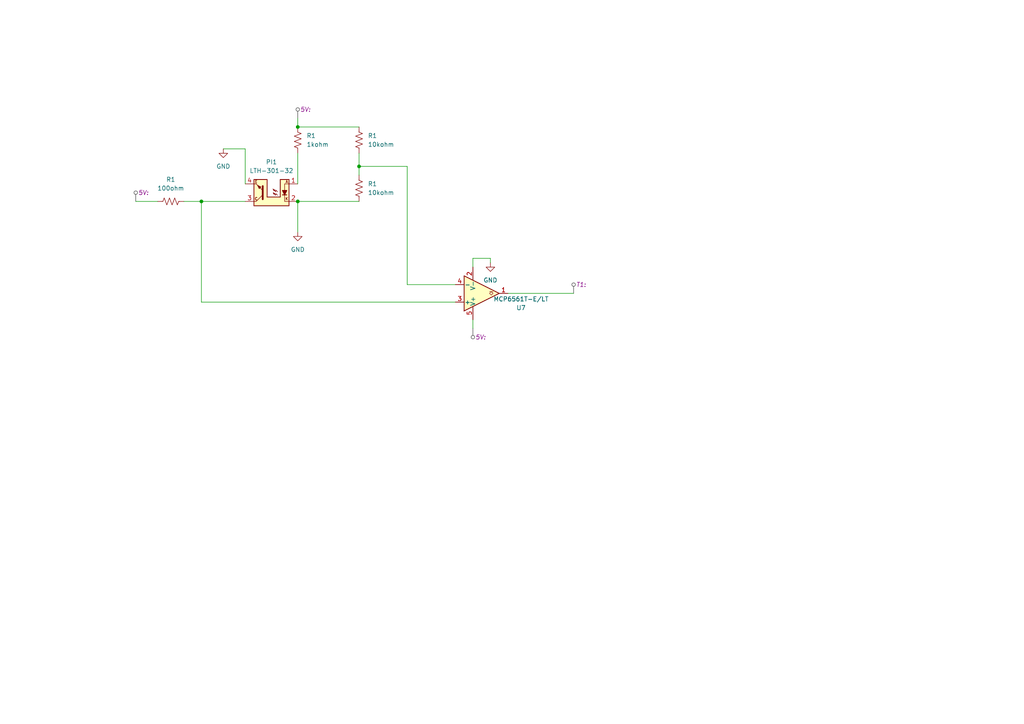
<source format=kicad_sch>
(kicad_sch (version 20230121) (generator eeschema)

  (uuid a19f9157-7ba5-4686-81b2-8c101aa9689c)

  (paper "A4")

  (title_block
    (title "PCB:T1")
    (date "2023-12-01")
  )

  (lib_symbols
    (symbol "Comparator:MCP6566" (pin_names (offset 0.127)) (in_bom yes) (on_board yes)
      (property "Reference" "U" (at 0 5.08 0)
        (effects (font (size 1.27 1.27)) (justify left))
      )
      (property "Value" "MCP6566" (at 0 -5.08 0)
        (effects (font (size 1.27 1.27)) (justify left))
      )
      (property "Footprint" "" (at 0 -10.16 0)
        (effects (font (size 1.27 1.27)) hide)
      )
      (property "Datasheet" "http://ww1.microchip.com/downloads/en/DeviceDoc/MCP6566-6R-6U-7-9-1.8V-Low-Power-Open-Drain-Output-Comparator-DS20002143G.pdf" (at 0 0 0)
        (effects (font (size 1.27 1.27)) hide)
      )
      (property "ki_keywords" "cmp collector" (at 0 0 0)
        (effects (font (size 1.27 1.27)) hide)
      )
      (property "ki_description" "Single 1.8V Low-Power Open-Drain Output Comparator, SOT-23-5/SC-70" (at 0 0 0)
        (effects (font (size 1.27 1.27)) hide)
      )
      (property "ki_fp_filters" "SOT?23* *SC*70*" (at 0 0 0)
        (effects (font (size 1.27 1.27)) hide)
      )
      (symbol "MCP6566_0_1"
        (polyline
          (pts
            (xy -5.08 5.08)
            (xy 5.08 0)
            (xy -5.08 -5.08)
            (xy -5.08 5.08)
          )
          (stroke (width 0.254) (type default))
          (fill (type background))
        )
        (polyline
          (pts
            (xy 3.302 -0.508)
            (xy 2.794 -0.508)
            (xy 3.302 0)
            (xy 2.794 0.508)
            (xy 2.286 0)
            (xy 2.794 -0.508)
            (xy 2.286 -0.508)
          )
          (stroke (width 0.127) (type default))
          (fill (type none))
        )
        (pin power_in line (at -2.54 -7.62 90) (length 3.81)
          (name "V-" (effects (font (size 1.27 1.27))))
          (number "2" (effects (font (size 1.27 1.27))))
        )
        (pin power_in line (at -2.54 7.62 270) (length 3.81)
          (name "V+" (effects (font (size 1.27 1.27))))
          (number "5" (effects (font (size 1.27 1.27))))
        )
      )
      (symbol "MCP6566_1_1"
        (pin open_collector line (at 7.62 0 180) (length 2.54)
          (name "~" (effects (font (size 1.27 1.27))))
          (number "1" (effects (font (size 1.27 1.27))))
        )
        (pin input line (at -7.62 2.54 0) (length 2.54)
          (name "+" (effects (font (size 1.27 1.27))))
          (number "3" (effects (font (size 1.27 1.27))))
        )
        (pin input line (at -7.62 -2.54 0) (length 2.54)
          (name "-" (effects (font (size 1.27 1.27))))
          (number "4" (effects (font (size 1.27 1.27))))
        )
      )
    )
    (symbol "Device:R_US" (pin_numbers hide) (pin_names (offset 0)) (in_bom yes) (on_board yes)
      (property "Reference" "R" (at 2.54 0 90)
        (effects (font (size 1.27 1.27)))
      )
      (property "Value" "R_US" (at -2.54 0 90)
        (effects (font (size 1.27 1.27)))
      )
      (property "Footprint" "" (at 1.016 -0.254 90)
        (effects (font (size 1.27 1.27)) hide)
      )
      (property "Datasheet" "~" (at 0 0 0)
        (effects (font (size 1.27 1.27)) hide)
      )
      (property "ki_keywords" "R res resistor" (at 0 0 0)
        (effects (font (size 1.27 1.27)) hide)
      )
      (property "ki_description" "Resistor, US symbol" (at 0 0 0)
        (effects (font (size 1.27 1.27)) hide)
      )
      (property "ki_fp_filters" "R_*" (at 0 0 0)
        (effects (font (size 1.27 1.27)) hide)
      )
      (symbol "R_US_0_1"
        (polyline
          (pts
            (xy 0 -2.286)
            (xy 0 -2.54)
          )
          (stroke (width 0) (type default))
          (fill (type none))
        )
        (polyline
          (pts
            (xy 0 2.286)
            (xy 0 2.54)
          )
          (stroke (width 0) (type default))
          (fill (type none))
        )
        (polyline
          (pts
            (xy 0 -0.762)
            (xy 1.016 -1.143)
            (xy 0 -1.524)
            (xy -1.016 -1.905)
            (xy 0 -2.286)
          )
          (stroke (width 0) (type default))
          (fill (type none))
        )
        (polyline
          (pts
            (xy 0 0.762)
            (xy 1.016 0.381)
            (xy 0 0)
            (xy -1.016 -0.381)
            (xy 0 -0.762)
          )
          (stroke (width 0) (type default))
          (fill (type none))
        )
        (polyline
          (pts
            (xy 0 2.286)
            (xy 1.016 1.905)
            (xy 0 1.524)
            (xy -1.016 1.143)
            (xy 0 0.762)
          )
          (stroke (width 0) (type default))
          (fill (type none))
        )
      )
      (symbol "R_US_1_1"
        (pin passive line (at 0 3.81 270) (length 1.27)
          (name "~" (effects (font (size 1.27 1.27))))
          (number "1" (effects (font (size 1.27 1.27))))
        )
        (pin passive line (at 0 -3.81 90) (length 1.27)
          (name "~" (effects (font (size 1.27 1.27))))
          (number "2" (effects (font (size 1.27 1.27))))
        )
      )
    )
    (symbol "Sensor_Proximity:ITR9608-F" (in_bom yes) (on_board yes)
      (property "Reference" "U" (at -5.08 5.08 0)
        (effects (font (size 1.27 1.27)) (justify left))
      )
      (property "Value" "ITR9608-F" (at 0 -5.08 0)
        (effects (font (size 1.27 1.27)))
      )
      (property "Footprint" "OptoDevice:Everlight_ITR9608-F" (at 0 -6.35 0)
        (effects (font (size 1.27 1.27) italic) hide)
      )
      (property "Datasheet" "https://everlighteurope.com/index.php?controller=attachment&id_attachment=5389" (at -1.27 6.35 0)
        (effects (font (size 1.27 1.27)) hide)
      )
      (property "ki_keywords" "Photointerrupter opto interrupter infrared LED fast response time infrared 940nm 5mm gap" (at 0 0 0)
        (effects (font (size 1.27 1.27)) hide)
      )
      (property "ki_description" "Photointerrupter infrared LED with photo IC, -25 to +85 degree Celsius" (at 0 0 0)
        (effects (font (size 1.27 1.27)) hide)
      )
      (property "ki_fp_filters" "*ITR9608*" (at 0 0 0)
        (effects (font (size 1.27 1.27)) hide)
      )
      (symbol "ITR9608-F_0_0"
        (text "A" (at -4.445 3.175 0)
          (effects (font (size 0.762 0.762)))
        )
        (text "C" (at 4.445 -1.778 0)
          (effects (font (size 0.762 0.762)))
        )
        (text "E" (at 4.445 3.175 0)
          (effects (font (size 0.762 0.762)))
        )
        (text "K" (at -4.445 -1.778 0)
          (effects (font (size 0.762 0.762)))
        )
      )
      (symbol "ITR9608-F_0_1"
        (polyline
          (pts
            (xy -4.445 -0.635)
            (xy -3.175 -0.635)
          )
          (stroke (width 0.254) (type default))
          (fill (type none))
        )
        (polyline
          (pts
            (xy 2.54 -0.635)
            (xy 4.445 -2.54)
          )
          (stroke (width 0) (type default))
          (fill (type none))
        )
        (polyline
          (pts
            (xy 4.445 -2.54)
            (xy 5.08 -2.54)
          )
          (stroke (width 0) (type default))
          (fill (type none))
        )
        (polyline
          (pts
            (xy 4.445 2.54)
            (xy 2.54 0.635)
          )
          (stroke (width 0) (type default))
          (fill (type outline))
        )
        (polyline
          (pts
            (xy 4.445 2.54)
            (xy 5.08 2.54)
          )
          (stroke (width 0) (type default))
          (fill (type none))
        )
        (polyline
          (pts
            (xy -5.08 -2.54)
            (xy -3.81 -2.54)
            (xy -3.81 -0.635)
          )
          (stroke (width 0) (type default))
          (fill (type none))
        )
        (polyline
          (pts
            (xy -5.08 2.54)
            (xy -3.81 2.54)
            (xy -3.81 0.635)
          )
          (stroke (width 0) (type default))
          (fill (type none))
        )
        (polyline
          (pts
            (xy 2.54 -1.905)
            (xy 2.54 1.905)
            (xy 2.54 1.905)
          )
          (stroke (width 0.508) (type default))
          (fill (type none))
        )
        (polyline
          (pts
            (xy -3.81 -0.635)
            (xy -4.445 0.635)
            (xy -3.175 0.635)
            (xy -3.81 -0.635)
          )
          (stroke (width 0.254) (type default))
          (fill (type outline))
        )
        (polyline
          (pts
            (xy -1.778 0.254)
            (xy -1.2446 0.762)
            (xy -1.2446 0.254)
            (xy -0.4826 1.016)
          )
          (stroke (width 0) (type default))
          (fill (type none))
        )
        (polyline
          (pts
            (xy -0.4826 1.016)
            (xy -0.9906 0.762)
            (xy -0.7366 0.508)
            (xy -0.4826 1.016)
          )
          (stroke (width 0) (type default))
          (fill (type none))
        )
        (polyline
          (pts
            (xy 3.048 1.651)
            (xy 3.556 1.143)
            (xy 4.064 2.159)
            (xy 3.048 1.651)
            (xy 3.048 1.651)
          )
          (stroke (width 0) (type default))
          (fill (type outline))
        )
        (polyline
          (pts
            (xy -1.778 -0.762)
            (xy -1.2446 -0.254)
            (xy -1.2446 -0.762)
            (xy -0.4826 0)
            (xy -0.9906 -0.254)
            (xy -0.7366 -0.508)
            (xy -0.4826 0)
          )
          (stroke (width 0) (type default))
          (fill (type none))
        )
        (polyline
          (pts
            (xy -5.08 3.81)
            (xy -5.08 -3.81)
            (xy 5.08 -3.81)
            (xy 5.08 3.81)
            (xy 1.27 3.81)
            (xy 1.27 -1.27)
            (xy -2.54 -1.27)
            (xy -2.54 3.81)
            (xy -5.08 3.81)
          )
          (stroke (width 0.254) (type default))
          (fill (type background))
        )
      )
      (symbol "ITR9608-F_1_1"
        (pin passive line (at -7.62 2.54 0) (length 2.54)
          (name "~" (effects (font (size 1.27 1.27))))
          (number "1" (effects (font (size 1.27 1.27))))
        )
        (pin passive line (at -7.62 -2.54 0) (length 2.54)
          (name "~" (effects (font (size 1.27 1.27))))
          (number "2" (effects (font (size 1.27 1.27))))
        )
        (pin open_collector line (at 7.62 -2.54 180) (length 2.54)
          (name "~" (effects (font (size 1.27 1.27))))
          (number "3" (effects (font (size 1.27 1.27))))
        )
        (pin open_emitter line (at 7.62 2.54 180) (length 2.54)
          (name "~" (effects (font (size 1.27 1.27))))
          (number "4" (effects (font (size 1.27 1.27))))
        )
      )
    )
    (symbol "power:GND" (power) (pin_names (offset 0)) (in_bom yes) (on_board yes)
      (property "Reference" "#PWR" (at 0 -6.35 0)
        (effects (font (size 1.27 1.27)) hide)
      )
      (property "Value" "GND" (at 0 -3.81 0)
        (effects (font (size 1.27 1.27)))
      )
      (property "Footprint" "" (at 0 0 0)
        (effects (font (size 1.27 1.27)) hide)
      )
      (property "Datasheet" "" (at 0 0 0)
        (effects (font (size 1.27 1.27)) hide)
      )
      (property "ki_keywords" "global power" (at 0 0 0)
        (effects (font (size 1.27 1.27)) hide)
      )
      (property "ki_description" "Power symbol creates a global label with name \"GND\" , ground" (at 0 0 0)
        (effects (font (size 1.27 1.27)) hide)
      )
      (symbol "GND_0_1"
        (polyline
          (pts
            (xy 0 0)
            (xy 0 -1.27)
            (xy 1.27 -1.27)
            (xy 0 -2.54)
            (xy -1.27 -1.27)
            (xy 0 -1.27)
          )
          (stroke (width 0) (type default))
          (fill (type none))
        )
      )
      (symbol "GND_1_1"
        (pin power_in line (at 0 0 270) (length 0) hide
          (name "GND" (effects (font (size 1.27 1.27))))
          (number "1" (effects (font (size 1.27 1.27))))
        )
      )
    )
  )

  (junction (at 104.14 48.26) (diameter 0) (color 0 0 0 0)
    (uuid 51b4180a-0e72-4b39-b0dc-fe7a84e9e619)
  )
  (junction (at 86.36 36.83) (diameter 0) (color 0 0 0 0)
    (uuid a0b95161-929a-41aa-b4a7-632caf46c307)
  )
  (junction (at 86.36 58.42) (diameter 0) (color 0 0 0 0)
    (uuid e29f8f96-3b3e-48aa-be01-d9cfc7cd837b)
  )
  (junction (at 58.42 58.42) (diameter 0) (color 0 0 0 0)
    (uuid e680aabc-8c88-487c-ab5e-2e0dcb00174c)
  )

  (wire (pts (xy 132.08 87.63) (xy 58.42 87.63))
    (stroke (width 0) (type default))
    (uuid 0073c4e4-9bf4-408f-8768-cc17053a9ca5)
  )
  (wire (pts (xy 39.37 58.42) (xy 45.72 58.42))
    (stroke (width 0) (type default))
    (uuid 0a814b76-4aec-4de1-be67-ac5fba2b3678)
  )
  (wire (pts (xy 137.16 74.93) (xy 137.16 77.47))
    (stroke (width 0) (type default))
    (uuid 0b35b365-42d0-4313-9029-fd8224f2d319)
  )
  (wire (pts (xy 86.36 44.45) (xy 86.36 53.34))
    (stroke (width 0) (type default))
    (uuid 2d47292c-9dd6-4302-8b7c-818df4ebd6e9)
  )
  (wire (pts (xy 137.16 95.25) (xy 137.16 92.71))
    (stroke (width 0) (type default))
    (uuid 2f34f348-58ef-4277-a813-7eb9b8e74537)
  )
  (wire (pts (xy 147.32 85.09) (xy 166.37 85.09))
    (stroke (width 0) (type default))
    (uuid 33ee092a-61ae-4f75-872c-1db3780285e5)
  )
  (wire (pts (xy 58.42 58.42) (xy 71.12 58.42))
    (stroke (width 0) (type default))
    (uuid 38a0530a-2179-4805-b6c9-e8d006808730)
  )
  (wire (pts (xy 71.12 53.34) (xy 71.12 43.18))
    (stroke (width 0) (type default))
    (uuid 3d068ad6-cae7-45e1-a049-dfde2f16109b)
  )
  (wire (pts (xy 58.42 58.42) (xy 58.42 87.63))
    (stroke (width 0) (type default))
    (uuid 51202c54-cf7b-4750-917d-49b3c342b110)
  )
  (wire (pts (xy 86.36 58.42) (xy 86.36 67.31))
    (stroke (width 0) (type default))
    (uuid 5e0eff67-edd8-48e6-839e-231c51925f06)
  )
  (wire (pts (xy 53.34 58.42) (xy 58.42 58.42))
    (stroke (width 0) (type default))
    (uuid 6134198f-d2a9-43b4-95a9-bd05f9cf6c77)
  )
  (wire (pts (xy 104.14 44.45) (xy 104.14 48.26))
    (stroke (width 0) (type default))
    (uuid 65cf2991-8b05-4e32-9a0d-c9ab6ab0eb4a)
  )
  (wire (pts (xy 142.24 76.2) (xy 142.24 74.93))
    (stroke (width 0) (type default))
    (uuid 8b849875-c665-4244-9f05-e4879bdeb003)
  )
  (wire (pts (xy 118.11 82.55) (xy 132.08 82.55))
    (stroke (width 0) (type default))
    (uuid 8c17db49-bd69-4d58-b770-d4ea36dd506d)
  )
  (wire (pts (xy 104.14 48.26) (xy 104.14 50.8))
    (stroke (width 0) (type default))
    (uuid a6e2145b-6d75-4629-bfdb-a681d1810349)
  )
  (wire (pts (xy 86.36 36.83) (xy 104.14 36.83))
    (stroke (width 0) (type default))
    (uuid ac4f0b6c-bd8f-4efd-80c1-5c09d3a966f5)
  )
  (wire (pts (xy 118.11 48.26) (xy 104.14 48.26))
    (stroke (width 0) (type default))
    (uuid adbc372c-e9ee-4b59-af6c-4c5b33569325)
  )
  (wire (pts (xy 104.14 58.42) (xy 86.36 58.42))
    (stroke (width 0) (type default))
    (uuid b95748d0-563e-42e0-bf7c-06bebc2dc137)
  )
  (wire (pts (xy 142.24 74.93) (xy 137.16 74.93))
    (stroke (width 0) (type default))
    (uuid c11a7e21-0833-4e0f-a10c-fe7f068e7cd4)
  )
  (wire (pts (xy 86.36 34.29) (xy 86.36 36.83))
    (stroke (width 0) (type default))
    (uuid dd02d9b7-7a6f-4f6f-9b7a-fd784603adb7)
  )
  (wire (pts (xy 71.12 43.18) (xy 64.77 43.18))
    (stroke (width 0) (type default))
    (uuid e5bdd11c-7e31-466a-befb-2f87f787de8d)
  )
  (wire (pts (xy 118.11 48.26) (xy 118.11 82.55))
    (stroke (width 0) (type default))
    (uuid ef8de1e6-a303-49be-b30f-cc1384467c64)
  )

  (netclass_flag "" (length 2.54) (shape round) (at 39.37 58.42 0) (fields_autoplaced)
    (effects (font (size 1.27 1.27)) (justify left bottom))
    (uuid 1abf45a9-037b-4d2b-a0a0-069972c39080)
    (property "5V" "" (at 40.0685 55.88 0) (show_name)
      (effects (font (size 1.27 1.27) italic) (justify left))
    )
  )
  (netclass_flag "" (length 2.54) (shape round) (at 86.36 34.29 0) (fields_autoplaced)
    (effects (font (size 1.27 1.27)) (justify left bottom))
    (uuid 4b255789-9bf4-495e-9e88-07e51e2da709)
    (property "5V" "" (at 87.0585 31.75 0) (show_name)
      (effects (font (size 1.27 1.27) italic) (justify left))
    )
  )
  (netclass_flag "" (length 2.54) (shape round) (at 166.37 85.09 0) (fields_autoplaced)
    (effects (font (size 1.27 1.27)) (justify left bottom))
    (uuid 5a4fa183-188c-4cae-a1f5-fb456d797b43)
    (property "T1" "" (at 167.0685 82.55 0) (show_name)
      (effects (font (size 1.27 1.27) italic) (justify left))
    )
  )
  (netclass_flag "" (length 2.54) (shape round) (at 137.16 95.25 180) (fields_autoplaced)
    (effects (font (size 1.27 1.27)) (justify right bottom))
    (uuid a873771e-94b8-4a15-a687-397b584c1a93)
    (property "5V" "" (at 137.8585 97.79 0) (show_name)
      (effects (font (size 1.27 1.27) italic) (justify left))
    )
  )

  (symbol (lib_id "Comparator:MCP6566") (at 139.7 85.09 0) (mirror x) (unit 1)
    (in_bom yes) (on_board yes) (dnp no) (fields_autoplaced)
    (uuid 26775008-9703-4e06-baba-4d356443e278)
    (property "Reference" "U7" (at 151.13 89.2809 0)
      (effects (font (size 1.27 1.27)))
    )
    (property "Value" "MCP6561T-E/LT" (at 151.13 86.7409 0)
      (effects (font (size 1.27 1.27)))
    )
    (property "Footprint" "" (at 139.7 74.93 0)
      (effects (font (size 1.27 1.27)) hide)
    )
    (property "Datasheet" "https://ww1.microchip.com/downloads/en/DeviceDoc/MCP6561-1R-1U-2-4-1.8V-Low-Power-Push-Pull-Output-Comparator-DS20002139E.pdf" (at 139.7 85.09 0)
      (effects (font (size 1.27 1.27)) hide)
    )
    (pin "5" (uuid 7fd754b8-91cd-409f-b05a-1f5f9e22cc3d))
    (pin "4" (uuid 6792dd17-5cea-47f5-bce9-5ac0e186ceb4))
    (pin "1" (uuid 9c5255f1-21fc-4883-868e-ca8998e00f40))
    (pin "2" (uuid 9f2f9518-e109-40ea-8707-85a355e1c764))
    (pin "3" (uuid 93bd7ee4-ba3a-4371-a3ab-64ff0b9bb574))
    (instances
      (project "Schem1"
        (path "/911b5eb8-7b6c-425b-b090-765c473021df/89303584-90b3-4284-9cfe-6f4b21b3b21a"
          (reference "U7") (unit 1)
        )
        (path "/911b5eb8-7b6c-425b-b090-765c473021df/b373f443-bd5b-4968-bed5-084cb3ea84d6"
          (reference "U9") (unit 1)
        )
        (path "/911b5eb8-7b6c-425b-b090-765c473021df/e431f874-6935-46ad-a10a-9f993e30c3c5"
          (reference "U11") (unit 1)
        )
        (path "/911b5eb8-7b6c-425b-b090-765c473021df/9acc385a-d3a5-4fae-b0ed-cb442c2ec79b"
          (reference "U13") (unit 1)
        )
        (path "/911b5eb8-7b6c-425b-b090-765c473021df/22c79f32-ffde-47ba-9879-6a69d48e7564"
          (reference "U14") (unit 1)
        )
      )
    )
  )

  (symbol (lib_id "power:GND") (at 142.24 76.2 0) (unit 1)
    (in_bom yes) (on_board yes) (dnp no)
    (uuid 29120874-e699-41cf-9931-3dd763703818)
    (property "Reference" "#PWR011" (at 142.24 82.55 0)
      (effects (font (size 1.27 1.27)) hide)
    )
    (property "Value" "GND" (at 142.24 81.28 0)
      (effects (font (size 1.27 1.27)))
    )
    (property "Footprint" "" (at 142.24 76.2 0)
      (effects (font (size 1.27 1.27)) hide)
    )
    (property "Datasheet" "" (at 142.24 76.2 0)
      (effects (font (size 1.27 1.27)) hide)
    )
    (pin "1" (uuid 1ea74c7f-6e52-4a98-8484-2218aeaa8a3a))
    (instances
      (project "Schem1"
        (path "/911b5eb8-7b6c-425b-b090-765c473021df/89303584-90b3-4284-9cfe-6f4b21b3b21a"
          (reference "#PWR011") (unit 1)
        )
        (path "/911b5eb8-7b6c-425b-b090-765c473021df/b373f443-bd5b-4968-bed5-084cb3ea84d6"
          (reference "#PWR018") (unit 1)
        )
        (path "/911b5eb8-7b6c-425b-b090-765c473021df/e431f874-6935-46ad-a10a-9f993e30c3c5"
          (reference "#PWR023") (unit 1)
        )
        (path "/911b5eb8-7b6c-425b-b090-765c473021df/9acc385a-d3a5-4fae-b0ed-cb442c2ec79b"
          (reference "#PWR028") (unit 1)
        )
        (path "/911b5eb8-7b6c-425b-b090-765c473021df/22c79f32-ffde-47ba-9879-6a69d48e7564"
          (reference "#PWR031") (unit 1)
        )
      )
    )
  )

  (symbol (lib_id "Device:R_US") (at 49.53 58.42 90) (unit 1)
    (in_bom yes) (on_board yes) (dnp no) (fields_autoplaced)
    (uuid 7599b3b3-ba3f-4fd0-bd15-6960248c9b7f)
    (property "Reference" "R1" (at 49.53 52.07 90)
      (effects (font (size 1.27 1.27)))
    )
    (property "Value" "100ohm" (at 49.53 54.61 90)
      (effects (font (size 1.27 1.27)))
    )
    (property "Footprint" "" (at 49.784 57.404 90)
      (effects (font (size 1.27 1.27)) hide)
    )
    (property "Datasheet" "~" (at 49.53 58.42 0)
      (effects (font (size 1.27 1.27)) hide)
    )
    (pin "2" (uuid 137ef848-802d-4e21-a60f-d10358c9088b))
    (pin "1" (uuid 7d130472-478c-4c97-8f40-1b50f228e25a))
    (instances
      (project "Schem1"
        (path "/911b5eb8-7b6c-425b-b090-765c473021df"
          (reference "R1") (unit 1)
        )
        (path "/911b5eb8-7b6c-425b-b090-765c473021df/89303584-90b3-4284-9cfe-6f4b21b3b21a"
          (reference "R10") (unit 1)
        )
        (path "/911b5eb8-7b6c-425b-b090-765c473021df/b373f443-bd5b-4968-bed5-084cb3ea84d6"
          (reference "R13") (unit 1)
        )
        (path "/911b5eb8-7b6c-425b-b090-765c473021df/e431f874-6935-46ad-a10a-9f993e30c3c5"
          (reference "R18") (unit 1)
        )
        (path "/911b5eb8-7b6c-425b-b090-765c473021df/9acc385a-d3a5-4fae-b0ed-cb442c2ec79b"
          (reference "R23") (unit 1)
        )
        (path "/911b5eb8-7b6c-425b-b090-765c473021df/22c79f32-ffde-47ba-9879-6a69d48e7564"
          (reference "R27") (unit 1)
        )
      )
    )
  )

  (symbol (lib_id "Device:R_US") (at 86.36 40.64 0) (unit 1)
    (in_bom yes) (on_board yes) (dnp no) (fields_autoplaced)
    (uuid 8572e4dc-ffea-4242-a539-b6f93e1cf775)
    (property "Reference" "R1" (at 88.9 39.37 0)
      (effects (font (size 1.27 1.27)) (justify left))
    )
    (property "Value" "1kohm" (at 88.9 41.91 0)
      (effects (font (size 1.27 1.27)) (justify left))
    )
    (property "Footprint" "" (at 87.376 40.894 90)
      (effects (font (size 1.27 1.27)) hide)
    )
    (property "Datasheet" "~" (at 86.36 40.64 0)
      (effects (font (size 1.27 1.27)) hide)
    )
    (pin "2" (uuid 50877955-1190-4291-a184-f7fb2c0cf93b))
    (pin "1" (uuid 7e8a9e5f-933b-41dd-b7ec-0d46ca69cce8))
    (instances
      (project "Schem1"
        (path "/911b5eb8-7b6c-425b-b090-765c473021df"
          (reference "R1") (unit 1)
        )
        (path "/911b5eb8-7b6c-425b-b090-765c473021df/89303584-90b3-4284-9cfe-6f4b21b3b21a"
          (reference "R7") (unit 1)
        )
        (path "/911b5eb8-7b6c-425b-b090-765c473021df/b373f443-bd5b-4968-bed5-084cb3ea84d6"
          (reference "R14") (unit 1)
        )
        (path "/911b5eb8-7b6c-425b-b090-765c473021df/e431f874-6935-46ad-a10a-9f993e30c3c5"
          (reference "R19") (unit 1)
        )
        (path "/911b5eb8-7b6c-425b-b090-765c473021df/9acc385a-d3a5-4fae-b0ed-cb442c2ec79b"
          (reference "R24") (unit 1)
        )
        (path "/911b5eb8-7b6c-425b-b090-765c473021df/22c79f32-ffde-47ba-9879-6a69d48e7564"
          (reference "R28") (unit 1)
        )
      )
    )
  )

  (symbol (lib_id "power:GND") (at 86.36 67.31 0) (unit 1)
    (in_bom yes) (on_board yes) (dnp no) (fields_autoplaced)
    (uuid 94ea008f-f9d6-43c0-aa94-e1a4ab5c9873)
    (property "Reference" "#PWR09" (at 86.36 73.66 0)
      (effects (font (size 1.27 1.27)) hide)
    )
    (property "Value" "GND" (at 86.36 72.39 0)
      (effects (font (size 1.27 1.27)))
    )
    (property "Footprint" "" (at 86.36 67.31 0)
      (effects (font (size 1.27 1.27)) hide)
    )
    (property "Datasheet" "" (at 86.36 67.31 0)
      (effects (font (size 1.27 1.27)) hide)
    )
    (pin "1" (uuid f2aa4916-3953-4434-a4b8-3131a2bcd95c))
    (instances
      (project "Schem1"
        (path "/911b5eb8-7b6c-425b-b090-765c473021df/89303584-90b3-4284-9cfe-6f4b21b3b21a"
          (reference "#PWR09") (unit 1)
        )
        (path "/911b5eb8-7b6c-425b-b090-765c473021df/b373f443-bd5b-4968-bed5-084cb3ea84d6"
          (reference "#PWR016") (unit 1)
        )
        (path "/911b5eb8-7b6c-425b-b090-765c473021df/e431f874-6935-46ad-a10a-9f993e30c3c5"
          (reference "#PWR021") (unit 1)
        )
        (path "/911b5eb8-7b6c-425b-b090-765c473021df/9acc385a-d3a5-4fae-b0ed-cb442c2ec79b"
          (reference "#PWR026") (unit 1)
        )
        (path "/911b5eb8-7b6c-425b-b090-765c473021df/22c79f32-ffde-47ba-9879-6a69d48e7564"
          (reference "#PWR030") (unit 1)
        )
      )
    )
  )

  (symbol (lib_id "Device:R_US") (at 104.14 40.64 0) (unit 1)
    (in_bom yes) (on_board yes) (dnp no) (fields_autoplaced)
    (uuid af2bd779-cdf4-4aeb-9b45-12318a5ff65f)
    (property "Reference" "R1" (at 106.68 39.37 0)
      (effects (font (size 1.27 1.27)) (justify left))
    )
    (property "Value" "10kohm" (at 106.68 41.91 0)
      (effects (font (size 1.27 1.27)) (justify left))
    )
    (property "Footprint" "" (at 105.156 40.894 90)
      (effects (font (size 1.27 1.27)) hide)
    )
    (property "Datasheet" "~" (at 104.14 40.64 0)
      (effects (font (size 1.27 1.27)) hide)
    )
    (pin "2" (uuid 3fd88253-8ac2-4225-8006-cf30a48554f4))
    (pin "1" (uuid f357824d-30ef-446a-83cf-e02e59be9de5))
    (instances
      (project "Schem1"
        (path "/911b5eb8-7b6c-425b-b090-765c473021df"
          (reference "R1") (unit 1)
        )
        (path "/911b5eb8-7b6c-425b-b090-765c473021df/89303584-90b3-4284-9cfe-6f4b21b3b21a"
          (reference "R8") (unit 1)
        )
        (path "/911b5eb8-7b6c-425b-b090-765c473021df/b373f443-bd5b-4968-bed5-084cb3ea84d6"
          (reference "R15") (unit 1)
        )
        (path "/911b5eb8-7b6c-425b-b090-765c473021df/e431f874-6935-46ad-a10a-9f993e30c3c5"
          (reference "R20") (unit 1)
        )
        (path "/911b5eb8-7b6c-425b-b090-765c473021df/9acc385a-d3a5-4fae-b0ed-cb442c2ec79b"
          (reference "R25") (unit 1)
        )
        (path "/911b5eb8-7b6c-425b-b090-765c473021df/22c79f32-ffde-47ba-9879-6a69d48e7564"
          (reference "R29") (unit 1)
        )
      )
    )
  )

  (symbol (lib_id "Sensor_Proximity:ITR9608-F") (at 78.74 55.88 0) (mirror y) (unit 1)
    (in_bom yes) (on_board yes) (dnp no)
    (uuid c377f4e0-fe7e-4e99-b93b-6efa7fd4551b)
    (property "Reference" "PI1" (at 78.74 46.99 0)
      (effects (font (size 1.27 1.27)))
    )
    (property "Value" "LTH-301-32" (at 78.74 49.53 0)
      (effects (font (size 1.27 1.27)))
    )
    (property "Footprint" "" (at 78.74 62.23 0)
      (effects (font (size 1.27 1.27) italic) hide)
    )
    (property "Datasheet" "" (at 80.01 49.53 0)
      (effects (font (size 1.27 1.27)) hide)
    )
    (pin "2" (uuid c5fa4d49-178b-4147-94fc-dd1c9b58e20f))
    (pin "3" (uuid 2401a72f-6b2e-4e24-b995-79e81300e67e))
    (pin "4" (uuid 300de1e8-07f4-4f2d-9702-78e321062d13))
    (pin "1" (uuid 858eab9e-577e-409c-9795-75f34a521ce6))
    (instances
      (project "Schem1"
        (path "/911b5eb8-7b6c-425b-b090-765c473021df"
          (reference "PI1") (unit 1)
        )
        (path "/911b5eb8-7b6c-425b-b090-765c473021df/89303584-90b3-4284-9cfe-6f4b21b3b21a"
          (reference "PI1") (unit 1)
        )
        (path "/911b5eb8-7b6c-425b-b090-765c473021df/b373f443-bd5b-4968-bed5-084cb3ea84d6"
          (reference "PI2") (unit 1)
        )
        (path "/911b5eb8-7b6c-425b-b090-765c473021df/e431f874-6935-46ad-a10a-9f993e30c3c5"
          (reference "PI3") (unit 1)
        )
        (path "/911b5eb8-7b6c-425b-b090-765c473021df/9acc385a-d3a5-4fae-b0ed-cb442c2ec79b"
          (reference "PI4") (unit 1)
        )
        (path "/911b5eb8-7b6c-425b-b090-765c473021df/22c79f32-ffde-47ba-9879-6a69d48e7564"
          (reference "PI5") (unit 1)
        )
      )
    )
  )

  (symbol (lib_id "power:GND") (at 64.77 43.18 0) (unit 1)
    (in_bom yes) (on_board yes) (dnp no) (fields_autoplaced)
    (uuid d100d66a-b2e7-4f70-a08c-7cfc72993e21)
    (property "Reference" "#PWR013" (at 64.77 49.53 0)
      (effects (font (size 1.27 1.27)) hide)
    )
    (property "Value" "GND" (at 64.77 48.26 0)
      (effects (font (size 1.27 1.27)))
    )
    (property "Footprint" "" (at 64.77 43.18 0)
      (effects (font (size 1.27 1.27)) hide)
    )
    (property "Datasheet" "" (at 64.77 43.18 0)
      (effects (font (size 1.27 1.27)) hide)
    )
    (pin "1" (uuid 025bb414-dec8-4b4d-8636-39820007d35b))
    (instances
      (project "Schem1"
        (path "/911b5eb8-7b6c-425b-b090-765c473021df/89303584-90b3-4284-9cfe-6f4b21b3b21a"
          (reference "#PWR013") (unit 1)
        )
        (path "/911b5eb8-7b6c-425b-b090-765c473021df/b373f443-bd5b-4968-bed5-084cb3ea84d6"
          (reference "#PWR015") (unit 1)
        )
        (path "/911b5eb8-7b6c-425b-b090-765c473021df/e431f874-6935-46ad-a10a-9f993e30c3c5"
          (reference "#PWR020") (unit 1)
        )
        (path "/911b5eb8-7b6c-425b-b090-765c473021df/9acc385a-d3a5-4fae-b0ed-cb442c2ec79b"
          (reference "#PWR025") (unit 1)
        )
        (path "/911b5eb8-7b6c-425b-b090-765c473021df/22c79f32-ffde-47ba-9879-6a69d48e7564"
          (reference "#PWR029") (unit 1)
        )
      )
    )
  )

  (symbol (lib_id "Device:R_US") (at 104.14 54.61 0) (unit 1)
    (in_bom yes) (on_board yes) (dnp no) (fields_autoplaced)
    (uuid df835f39-9f29-4f8d-8c3c-8f689a4405e9)
    (property "Reference" "R1" (at 106.68 53.34 0)
      (effects (font (size 1.27 1.27)) (justify left))
    )
    (property "Value" "10kohm" (at 106.68 55.88 0)
      (effects (font (size 1.27 1.27)) (justify left))
    )
    (property "Footprint" "" (at 105.156 54.864 90)
      (effects (font (size 1.27 1.27)) hide)
    )
    (property "Datasheet" "~" (at 104.14 54.61 0)
      (effects (font (size 1.27 1.27)) hide)
    )
    (pin "2" (uuid 63b2c017-9644-423d-8a7c-bf859d258b0a))
    (pin "1" (uuid 0631986a-5096-434b-b24a-578baf333f88))
    (instances
      (project "Schem1"
        (path "/911b5eb8-7b6c-425b-b090-765c473021df"
          (reference "R1") (unit 1)
        )
        (path "/911b5eb8-7b6c-425b-b090-765c473021df/89303584-90b3-4284-9cfe-6f4b21b3b21a"
          (reference "R9") (unit 1)
        )
        (path "/911b5eb8-7b6c-425b-b090-765c473021df/b373f443-bd5b-4968-bed5-084cb3ea84d6"
          (reference "R16") (unit 1)
        )
        (path "/911b5eb8-7b6c-425b-b090-765c473021df/e431f874-6935-46ad-a10a-9f993e30c3c5"
          (reference "R21") (unit 1)
        )
        (path "/911b5eb8-7b6c-425b-b090-765c473021df/9acc385a-d3a5-4fae-b0ed-cb442c2ec79b"
          (reference "R26") (unit 1)
        )
        (path "/911b5eb8-7b6c-425b-b090-765c473021df/22c79f32-ffde-47ba-9879-6a69d48e7564"
          (reference "R30") (unit 1)
        )
      )
    )
  )
)

</source>
